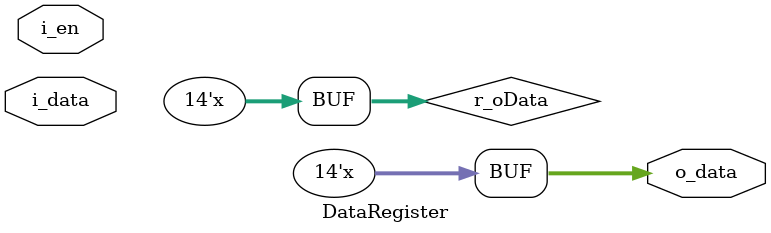
<source format=v>
`timescale 1ns / 1ps


module DataRegister(
    input [13:0] i_data,
    input i_en,

    output [13:0] o_data
    );

    reg [13:0] r_oData = 0;
    reg [13:0] r_tmpData = 0;

    assign o_data = r_oData;

    always @(*) begin
        r_oData <= i_data - r_tmpData;
        if (i_en) begin
            r_tmpData <= i_data;
        end
    end
endmodule

</source>
